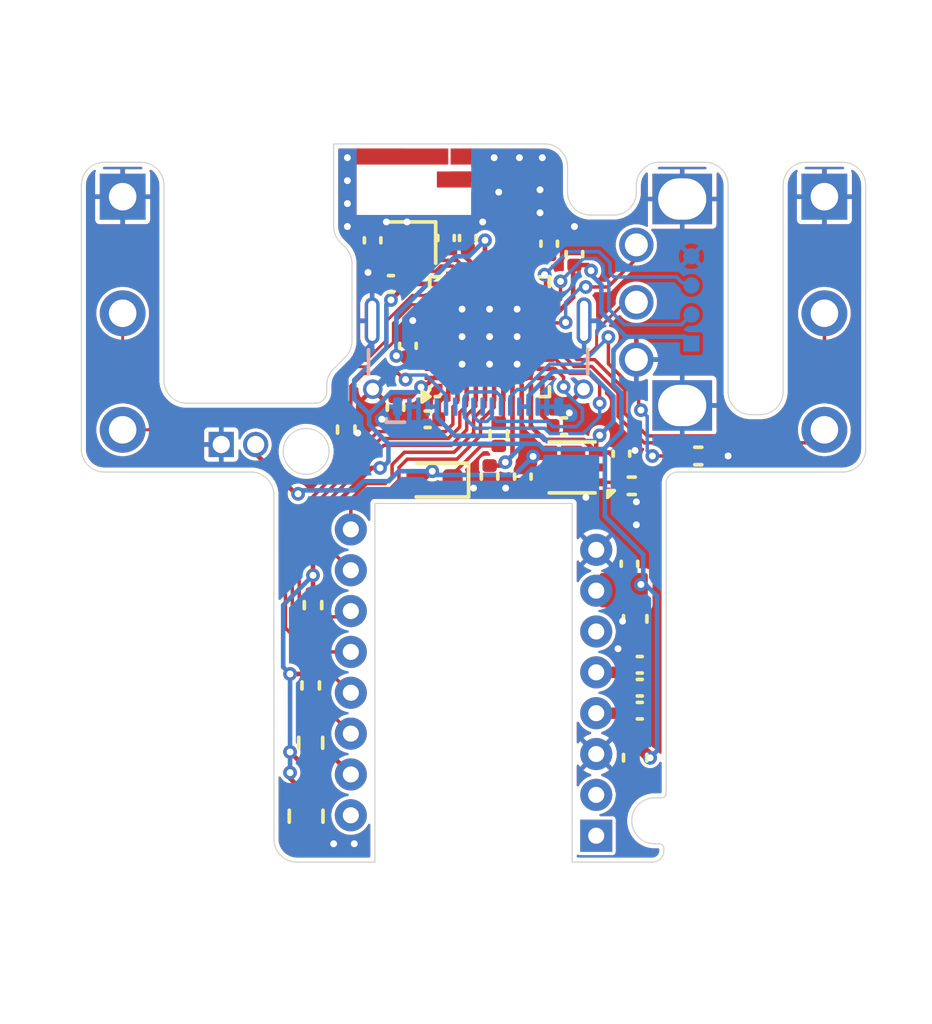
<source format=kicad_pcb>
(kicad_pcb (version 20241229) (generator "pcbnew") (generator_version "9.0")
  (layers (0 "F.Cu" signal) (2 "B.Cu" signal) (13 "F.Paste" user) (15 "B.Paste" user) (5 "F.SilkS" user "F.Silkscreen") (7 "B.SilkS" user "B.Silkscreen") (1 "F.Mask" user) (3 "B.Mask" user) (25 "Edge.Cuts" user))
  (net 0 "")
  (net 1 "+VDD_nRF")
  (net 2 "GND")
  (net 3 "+VBAT")
  (net 4 "+VBUS")
  (net 5 "Net-(U1-DECUSB)")
  (net 6 "Net-(U1-DEC5)")
  (net 7 "Net-(U1-DEC4)")
  (net 8 "Net-(U1-DEC3)")
  (net 9 "Net-(U1-DEC1)")
  (net 10 "Net-(C14-Pad1)")
  (net 11 "Net-(U1-ANT)")
  (net 12 "/XC1")
  (net 13 "/XC2")
  (net 14 "Net-(U3-VDDREG)")
  (net 15 "Net-(D1-K)")
  (net 16 "/USB_D+")
  (net 17 "Net-(J1-CC2)")
  (net 18 "Net-(J1-CC1)")
  (net 19 "/USB_D-")
  (net 22 "/SWDCLK")
  (net 23 "/SWDIO")
  (net 24 "/RF")
  (net 25 "Net-(U2-PROG)")
  (net 26 "Net-(U3-LED_P)")
  (net 27 "/SPI_MOSI")
  (net 28 "Net-(U3-NRESET)")
  (net 29 "/P0.07")
  (net 30 "/ANT")
  (net 31 "/P0.20")
  (net 32 "/P0.15")
  (net 33 "/P0.08")
  (net 34 "/P0.29")
  (net 35 "/P0.14")
  (net 36 "/P0.18")
  (net 38 "/SPI_MOTION")
  (net 39 "/SPI_NCS")
  (net 44 "/SPI_MISO")
  (net 45 "/SPI_SCLK")
  (footprint "Capacitor_SMD:C_0402_1005Metric" (layer "F.Cu") (at 116.85 72.8 90)
    (property "Reference" "C12" (hide yes))
    (property "Value" "100p")
  )
  (footprint "Capacitor_SMD:C_0402_1005Metric" (layer "F.Cu") (at 121.5 73.5 90)
    (property "Reference" "C4" (hide yes))
    (property "Value" "100n")
  )
  (footprint "Capacitor_SMD:C_0805_2012Metric" (layer "F.Cu") (at 109.8 98 -90)
    (property "Reference" "C24" (hide yes))
    (property "Value" "33u")
  )
  (footprint "Resistor_SMD:R_0402_1005Metric" (layer "F.Cu") (at 110 92.3 -90)
    (property "Reference" "R6" (hide yes))
    (property "Value" "10K")
  )
  (footprint "Package_DFN_QFN:DFN-6-1EP_2x2mm_P0.65mm_EP1x1.6mm" (layer "F.Cu") (at 121.4 82.8 180)
    (property "Reference" "U2" (hide yes))
    (property "Value" "CL4064M6F")
  )
  (footprint "Capacitor_SMD:C_0201_0603Metric" (layer "F.Cu") (at 118.5 73.6 180)
    (property "Reference" "C15" (hide yes))
    (property "Value" "1p")
  )
  (footprint "custom:RotaryEncoder_Alps_EC10E-Switch" (layer "F.Cu") (at 124.2 73.1 -90)
    (property "Reference" "SW3" (hide yes))
    (property "Value" "EC10E" (hide yes))
  )
  (footprint "Resistor_SMD:R_0402_1005Metric" (layer "F.Cu") (at 110.1 88.8 -90)
    (property "Reference" "R5" (hide yes))
    (property "Value" "10K")
  )
  (footprint "Capacitor_SMD:C_0201_0603Metric" (layer "F.Cu") (at 118.6 71.4 180)
    (property "Reference" "C14" (hide yes))
    (property "Value" "1.2p")
  )
  (footprint "Capacitor_SMD:C_0402_1005Metric" (layer "F.Cu") (at 113.7 80.2 -90)
    (property "Reference" "C5" (hide yes))
    (property "Value" "1u")
  )
  (footprint "Resistor_SMD:R_0201_0603Metric" (layer "F.Cu") (at 117.5 71.1 -90)
    (property "Reference" "R10" (hide yes))
    (property "Value" "0R")
  )
  (footprint "Resistor_SMD:R_0201_0603Metric" (layer "F.Cu") (at 117.8 70)
    (property "Reference" "R9" (hide yes))
    (property "Value" "0R")
  )
  (footprint "custom:SW_D2F-01F_OMR" (layer "F.Cu") (at 132.4 71 -90)
    (property "Reference" "SW2" (hide yes))
    (property "Value" "D2F-01F")
  )
  (footprint "Capacitor_SMD:C_0402_1005Metric" (layer "F.Cu") (at 124.35 92.4)
    (property "Reference" "C19" (hide yes))
    (property "Value" "100n")
  )
  (footprint "Capacitor_SMD:C_0603_1608Metric" (layer "F.Cu") (at 124.15 89.4 -90)
    (property "Reference" "C20" (hide yes))
    (property "Value" "10u")
  )
  (footprint "Capacitor_SMD:C_0603_1608Metric" (layer "F.Cu") (at 124.15 95.45 -90)
    (property "Reference" "C22" (hide yes))
    (property "Value" "10u")
  )
  (footprint "Resistor_SMD:R_0402_1005Metric" (layer "F.Cu") (at 126.9 82.3)
    (property "Reference" "R2" (hide yes))
    (property "Value" "5.1K")
  )
  (footprint "Capacitor_SMD:C_0402_1005Metric" (layer "F.Cu") (at 113.5 74.8 180)
    (property "Reference" "C3" (hide yes))
    (property "Value" "100n")
  )
  (footprint "Resistor_SMD:R_0603_1608Metric" (layer "F.Cu") (at 110 94.8 -90)
    (property "Reference" "R4" (hide yes))
    (property "Value" "4.7R")
  )
  (footprint "Capacitor_SMD:C_0402_1005Metric" (layer "F.Cu") (at 123.9 87 90)
    (property "Reference" "C21" (hide yes))
    (property "Value" "100n")
  )
  (footprint "Capacitor_SMD:C_0402_1005Metric" (layer "F.Cu") (at 117.8 83.2 -90)
    (property "Reference" "C6" (hide yes))
    (property "Value" "4.7u")
  )
  (footprint "Inductor_SMD:L_0201_0603Metric" (layer "F.Cu") (at 118.9 72.5 -90)
    (property "Reference" "L2" (hide yes))
    (property "Value" "4.7n")
  )
  (footprint "Capacitor_SMD:C_0402_1005Metric" (layer "F.Cu") (at 120.4 73.05 90)
    (property "Reference" "C10" (hide yes))
    (property "Value" "820p")
  )
  (footprint "LED_SMD:LED_0603_1608Metric" (layer "F.Cu") (at 115.4 83.35 180)
    (property "Reference" "D1" (hide yes))
    (property "Value" "LED")
  )
  (footprint "Capacitor_SMD:C_0402_1005Metric" (layer "F.Cu") (at 124.35 91.4)
    (property "Reference" "C18" (hide yes))
    (property "Value" "4.7u")
  )
  (footprint "custom:1x02_PTH" (layer "F.Cu") (at 106.1 81.8 90)
    (property "Reference" "J2" (hide yes))
    (property "Value" "LiPo_JST_Conn")
  )
  (footprint "Capacitor_SMD:C_0402_1005Metric" (layer "F.Cu") (at 119.25 83.2 -90)
    (property "Reference" "C7" (hide yes))
    (property "Value" "4.7u")
  )
  (footprint "Resistor_SMD:R_0402_1005Metric" (layer "F.Cu") (at 124 83.6)
    (property "Reference" "R1" (hide yes))
    (property "Value" "20K")
  )
  (footprint "custom:QFN-40-1EP_5x5mm_P0.4mm_0.2mm_PAD" (layer "F.Cu") (at 117.8 77.1 90)
    (property "Reference" "U1" (hide yes))
    (property "Value" "nRF52820-QDxx")
  )
  (footprint "custom:5x3mm_Chip_Ant_Layout_Mirrored" (layer "F.Cu") (at 117 71.8)
    (property "Reference" "AE1" (hide yes))
    (property "Value" "chip_ant")
  )
  (footprint "custom:PIXART_SENSOR_Offset_16-PDIP" (layer "F.Cu") (at 122.45 98.85 180)
    (property "Reference" "U3" (hide yes))
    (property "Value" "PAW3395DM-T6QU")
  )
  (footprint "Capacitor_SMD:C_0402_1005Metric" (layer "F.Cu") (at 121.05 81)
    (property "Reference" "C9" (hide yes))
    (property "Value" "4.7u")
  )
  (footprint "Resistor_SMD:R_0402_1005Metric" (layer "F.Cu") (at 118.2 81.35 90)
    (property "Reference" "R7" (hide yes))
    (property "Value" "1K")
  )
  (footprint "Capacitor_SMD:C_0402_1005Metric" (layer "F.Cu") (at 123.55 82.2 90)
    (property "Reference" "C8" (hide yes))
    (property "Value" "4.7u")
  )
  (footprint "Capacitor_SMD:C_0402_1005Metric" (layer "F.Cu") (at 115.9 72.8 90)
    (property "Reference" "C16" (hide yes))
    (property "Value" "12p")
  )
  (footprint "Capacitor_SMD:C_0402_1005Metric" (layer "F.Cu") (at 114.24 77.5 90)
    (property "Reference" "C11" (hide yes))
    (property "Value" "1u")
  )
  (footprint "Inductor_SMD:L_0201_0603Metric" (layer "F.Cu") (at 118.9 70.3 -90)
    (property "Reference" "L1" (hide yes))
    (property "Value" "2.2n")
  )
  (footprint "Capacitor_SMD:C_0402_1005Metric" (layer "F.Cu") (at 112.7 72.9 -90)
    (property "Reference" "C17" (hide yes))
    (property "Value" "12p")
  )
  (footprint "Resistor_SMD:R_0201_0603Metric" (layer "F.Cu") (at 120 70)
    (property "Reference" "R8" (hide yes))
    (property "Value" "0R")
  )
  (footprint "custom:Crystal_SMD_1612-4Pin_1.6x1.2mm" (layer "F.Cu") (at 114.3 73.05 180)
    (property "Reference" "X1" (hide yes))
    (property "Value" "32MHz")
  )
  (footprint "Capacitor_SMD:C_0402_1005Metric" (layer "F.Cu") (at 124.35 93.4)
    (property "Reference" "C23" (hide yes))
    (property "Value" "100n")
  )
  (footprint "Resistor_SMD:R_0402_1005Metric" (layer "F.Cu") (at 111.55 81.15 -90)
    (property "Reference" "R3" (hide yes))
    (property "Value" "5.1K")
  )
  (footprint "Capacitor_SMD:C_0402_1005Metric" (layer "F.Cu") (at 115.1 80.7 180)
    (property "Reference" "C13" (hide yes))
    (property "Value" "100n")
  )
  (footprint "custom:SW_D2F-01F_OMR" (layer "F.Cu") (at 101.8 71 -90)
    (property "Reference" "SW1" (hide yes))
    (property "Value" "D2F-01F")
  )
  (footprint "custom:USB_C_Receptacle_GT-USB-7025" (layer "B.Cu") (at 117.3 76.7)
    (property "Reference" "J1" (hide yes))
    (property "Value" "USB_C_USB20")
  )
  (footprint "custom:1x4_0.7mm_1.27mm_Test_Pads" (layer "B.Cu") (at 126.6 77.405 90)
    (property "Reference" "J3" (hide yes))
    (property "Value" "debug_pads")
  )
  (gr_line (start 120.2 68.7) (end 111 68.7) (stroke (width 0.05)) (layer "Edge.Cuts"))
  (gr_line (start 124.99993 97.20007) (end 125.3 97.2) (stroke (width 0.05)) (layer "Edge.Cuts"))
  (gr_line (start 103.6 70.5) (end 103.6 79) (stroke (width 0.05)) (layer "Edge.Cuts"))
  (gr_line (start 125.4 99.5) (end 125.4 99.399965) (stroke (width 0.05)) (layer "Edge.Cuts"))
  (gr_line (start 133.2 69.5) (end 131.6 69.5) (stroke (width 0.05)) (layer "Edge.Cuts"))
  (gr_arc (start 102.6 69.5) (mid 103.307107 69.792893) (end 103.6 70.5) (stroke (width 0.05)) (layer "Edge.Cuts"))
  (gr_line (start 121.4 100) (end 124.9 100) (stroke (width 0.05)) (layer "Edge.Cuts"))
  (gr_arc (start 134.2 82) (mid 133.907107 82.707107) (end 133.2 83) (stroke (width 0.05)) (layer "Edge.Cuts"))
  (gr_line (start 112.8 100) (end 112.8 84.37) (stroke (width 0.05)) (layer "Edge.Cuts"))
  (gr_arc (start 133.2 69.5) (mid 133.907107 69.792893) (end 134.2 70.5) (stroke (width 0.05)) (layer "Edge.Cuts"))
  (gr_line (start 127.2 69.5) (end 125.2 69.5) (stroke (width 0.05)) (layer "Edge.Cuts"))
  (gr_arc (start 104.6 80) (mid 103.892893 79.707107) (end 103.6 79) (stroke (width 0.05)) (layer "Edge.Cuts"))
  (gr_line (start 111.507107 77.992893) (end 110.992893 78.507107) (stroke (width 0.05)) (layer "Edge.Cuts"))
  (gr_arc (start 127.2 69.5) (mid 127.907107 69.792893) (end 128.2 70.5) (stroke (width 0.05)) (layer "Edge.Cuts"))
  (gr_line (start 130.6 70.5) (end 130.6 79.5) (stroke (width 0.05)) (layer "Edge.Cuts"))
  (gr_line (start 111.8 73.914214) (end 111.8 77.285786) (stroke (width 0.05)) (layer "Edge.Cuts"))
  (gr_line (start 134.2 82) (end 134.2 70.5) (stroke (width 0.05)) (layer "Edge.Cuts"))
  (gr_arc (start 129.2 80.5) (mid 128.492893 80.207107) (end 128.2 79.5) (stroke (width 0.05)) (layer "Edge.Cuts"))
  (gr_line (start 121.2 69.7) (end 121.2 70.8) (stroke (width 0.05)) (layer "Edge.Cuts"))
  (gr_arc (start 124.99993 99.19993) (mid 123.99997 98.2) (end 124.99993 97.20007) (stroke (width 0.05)) (layer "Edge.Cuts"))
  (gr_arc (start 111.507107 73.207107) (mid 111.72388 73.53153) (end 111.8 73.914214) (stroke (width 0.05)) (layer "Edge.Cuts"))
  (gr_line (start 128.2 79.5) (end 128.2 70.5) (stroke (width 0.05)) (layer "Edge.Cuts"))
  (gr_line (start 101 83) (end 107.393338 83) (stroke (width 0.05)) (layer "Edge.Cuts"))
  (gr_arc (start 122.2 71.8) (mid 121.492893 71.507107) (end 121.2 70.8) (stroke (width 0.05)) (layer "Edge.Cuts"))
  (gr_line (start 101 69.5) (end 102.6 69.5) (stroke (width 0.05)) (layer "Edge.Cuts"))
  (gr_arc (start 101 83) (mid 100.292893 82.707107) (end 100 82) (stroke (width 0.05)) (layer "Edge.Cuts"))
  (gr_line (start 112.8 100) (end 109.4 100) (stroke (width 0.05)) (layer "Edge.Cuts"))
  (gr_line (start 108.4 99) (end 108.393338 83.999554) (stroke (width 0.05)) (layer "Edge.Cuts"))
  (gr_line (start 110.7 79.214214) (end 110.7 79.5) (stroke (width 0.05)) (layer "Edge.Cuts"))
  (gr_arc (start 130.6 79.5) (mid 130.307107 80.207107) (end 129.6 80.5) (stroke (width 0.05)) (layer "Edge.Cuts"))
  (gr_line (start 123.2 71.8) (end 122.2 71.8) (stroke (width 0.05)) (layer "Edge.Cuts"))
  (gr_arc (start 125.4 99.5) (mid 125.253553 99.853553) (end 124.9 100) (stroke (width 0.05)) (layer "Edge.Cuts"))
  (gr_line (start 129.3 83) (end 126.4 83) (stroke (width 0.05)) (layer "Edge.Cuts"))
  (gr_line (start 124.2 70.5) (end 124.2 70.8) (stroke (width 0.05)) (layer "Edge.Cuts"))
  (gr_arc (start 125.5 97.000049) (mid 125.441426 97.141465) (end 125.300014 97.200049) (stroke (width 0.05)) (layer "Edge.Cuts"))
  (gr_line (start 112.8 84.37) (end 121.4 84.37) (stroke (width 0.05)) (layer "Edge.Cuts"))
  (gr_circle (center 109.8 82.1) (end 110.8 82.1) (stroke (width 0.05)) (fill no) (layer "Edge.Cuts"))
  (gr_line (start 111.507107 73.207107) (end 111.292893 72.992893) (stroke (width 0.05)) (layer "Edge.Cuts"))
  (gr_arc (start 124.2 70.8) (mid 123.907107 71.507107) (end 123.2 71.8) (stroke (width 0.05)) (layer "Edge.Cuts"))
  (gr_arc (start 111.292893 72.992893) (mid 111.076125 72.668469) (end 111 72.285786) (stroke (width 0.05)) (layer "Edge.Cuts"))
  (gr_arc (start 120.2 68.7) (mid 120.907107 68.992893) (end 121.2 69.7) (stroke (width 0.05)) (layer "Edge.Cuts"))
  (gr_arc (start 109.399584 100) (mid 108.692635 99.707248) (end 108.399584 99.000416) (stroke (width 0.05)) (layer "Edge.Cuts"))
  (gr_line (start 126.4 83) (end 126 83) (stroke (width 0.05)) (layer "Edge.Cuts"))
  (gr_arc (start 124.2 70.5) (mid 124.492893 69.792893) (end 125.2 69.5) (stroke (width 0.05)) (layer "Edge.Cuts"))
  (gr_line (start 129.6 80.5) (end 129.2 80.5) (stroke (width 0.05)) (layer "Edge.Cuts"))
  (gr_line (start 124.99993 99.199929) (end 125.200035 99.199965) (stroke (width 0.05)) (layer "Edge.Cuts"))
  (gr_line (start 129.3 83) (end 133.2 83) (stroke (width 0.05)) (layer "Edge.Cuts"))
  (gr_arc (start 107.393338 83) (mid 108.100287 83.292736) (end 108.393338 83.999554) (stroke (width 0.05)) (layer "Edge.Cuts"))
  (gr_arc (start 125.200035 99.199965) (mid 125.341434 99.258556) (end 125.4 99.399965) (stroke (width 0.05)) (layer "Edge.Cuts"))
  (gr_line (start 121.4 84.37) (end 121.4 100) (stroke (width 0.05)) (layer "Edge.Cuts"))
  (gr_line (start 125.5 97) (end 125.5 83.5) (stroke (width 0.05)) (layer "Edge.Cuts"))
  (gr_line (start 100 70.5) (end 100 82) (stroke (width 0.05)) (layer "Edge.Cuts"))
  (gr_line (start 104.6 80) (end 110.2 80) (stroke (width 0.05)) (layer "Edge.Cuts"))
  (gr_arc (start 100 70.5) (mid 100.292893 69.792893) (end 101 69.5) (stroke (width 0.05)) (layer "Edge.Cuts"))
  (gr_line (start 111 72.285786) (end 111 68.7) (stroke (width 0.05)) (layer "Edge.Cuts"))
  (gr_arc (start 125.5 83.5) (mid 125.646447 83.146447) (end 126 83) (stroke (width 0.05)) (layer "Edge.Cuts"))
  (gr_arc (start 130.6 70.5) (mid 130.892893 69.792893) (end 131.6 69.5) (stroke (width 0.05)) (layer "Edge.Cuts"))
  (gr_arc (start 110.7 79.214214) (mid 110.77612 78.831531) (end 110.992893 78.507107) (stroke (width 0.05)) (layer "Edge.Cuts"))
  (gr_arc (start 110.7 79.5) (mid 110.553553 79.853553) (end 110.2 80) (stroke (width 0.05)) (layer "Edge.Cuts"))
  (gr_arc (start 111.8 77.285786) (mid 111.72388 77.668469) (end 111.507107 77.992893) (stroke (width 0.05)) (layer "Edge.Cuts"))
  (segment (start 118.337716 82.72) (end 118.486432 82.571284) (width 0.2) (layer "F.Cu") (net 1))
  (segment (start 117.8 82.72) (end 118.337716 82.72) (width 0.2) (layer "F.Cu") (net 1))
  (segment (start 122.225439 74.125439) (end 122.08 73.98) (width 0.2) (layer "F.Cu") (net 1))
  (segment (start 118.8 79.5375) (end 118.8 82.257716) (width 0.2) (layer "F.Cu") (net 1))
  (segment (start 115.8625 74.8) (end 113.98 74.8) (width 0.2) (layer "F.Cu") (net 1))
  (segment (start 124.15 88.15) (end 124.4 87.9) (width 0.5) (layer "F.Cu") (net 1))
  (segment (start 123.98 87.48) (end 124.4 87.9) (width 0.5) (layer "F.Cu") (net 1))
  (segment (start 120.2375 76.1) (end 120.720766 76.1) (width 0.2) (layer "F.Cu") (net 1))
  (segment (start 109.99 91.8) (end 110 91.79) (width 0.2) (layer "F.Cu") (net 1))
  (segment (start 114.389761 79.72) (end 114.809761 79.3) (width 0.2) (layer "F.Cu") (net 1))
  (segment (start 124.15 88.65) (end 124.15 88.625) (width 0.5) (layer "F.Cu") (net 1))
  (segment (start 121.44331 75.377456) (end 121.44331 74.03669) (width 0.2) (layer "F.Cu") (net 1))
  (segment (start 118.8 82.257716) (end 118.486432 82.571284) (width 0.2) (layer "F.Cu") (net 1))
  (segment (start 109.1 91.8) (end 109.99 91.8) (width 0.2) (layer "F.Cu") (net 1))
  (segment (start 113.98 75.02) (end 113.98 74.8) (width 0.2) (layer "F.Cu") (net 1))
  (segment (start 114.809761 79.3) (end 114.9625 79.3) (width 0.2) (layer "F.Cu") (net 1))
  (segment (start 110.1 88.29) (end 110.1 87.5) (width 0.2) (layer "F.Cu") (net 1))
  (segment (start 109.1 96.35) (end 109.8 97.05) (width 0.2) (layer "F.Cu") (net 1))
  (segment (start 122.45 93.51) (end 123.79 93.51) (width 0.5) (layer "F.Cu") (net 1))
  (segment (start 123.9 87.48) (end 123.98 87.48) (width 0.5) (layer "F.Cu") (net 1))
  (segment (start 109.525 95.625) (end 110 95.625) (width 0.2) (layer "F.Cu") (net 1))
  (segment (start 114.9625 79.3) (end 115.3625 78.9) (width 0.2) (layer "F.Cu") (net 1))
  (segment (start 120.720766 76.1) (end 121.44331 75.377456) (width 0.2) (layer "F.Cu") (net 1))
  (segment (start 113.7 79.72) (end 114.389761 79.72) (width 0.2) (layer "F.Cu") (net 1))
  (segment (start 110.1 85.379404) (end 110.1 87.5) (width 0.2) (layer "F.Cu") (net 1))
  (segment (start 123.21 88.17) (end 123.9 87.48) (width 0.5) (layer "F.Cu") (net 1))
  (segment (start 121.44331 74.03669) (end 121.5 73.98) (width 0.2) (layer "F.Cu") (net 1))
  (segment (start 122.225439 74.221844) (end 122.225439 74.125439) (width 0.2) (layer "F.Cu") (net 1))
  (segment (start 124.15 94.805455) (end 124.8 95.455455) (width 0.5) (layer "F.Cu") (net 1))
  (segment (start 124.15 94.675) (end 124.15 94.805455) (width 0.5) (layer "F.Cu") (net 1))
  (segment (start 112.659615 82.819789) (end 110.1 85.379404) (width 0.2) (layer "F.Cu") (net 1))
  (segment (start 123.79 93.51) (end 123.9 93.4) (width 0.5) (layer "F.Cu") (net 1))
  (segment (start 122.08 73.98) (end 121.5 73.98) (width 0.2) (layer "F.Cu") (net 1))
  (segment (start 116 74.6625) (end 115.8625 74.8) (width 0.2) (layer "F.Cu") (net 1))
  (segment (start 123.9 93.4) (end 123.9 94.425) (width 0.5) (layer "F.Cu") (net 1))
  (segment (start 109.1 95.2) (end 109.525 95.625) (width 0.2) (layer "F.Cu") (net 1))
  (segment (start 109.8 95.825) (end 110 95.625) (width 0.5) (layer "F.Cu") (net 1))
  (segment (start 109.1 96.1) (end 109.1 96.35) (width 0.2) (layer "F.Cu") (net 1))
  (segment (start 109.8 97.05) (end 109.8 95.825) (width 0.5) (layer "F.Cu") (net 1))
  (segment (start 122.45 88.17) (end 123.21 88.17) (width 0.5) (layer "F.Cu") (net 1))
  (segment (start 113.023 82.819789) (end 112.659615 82.819789) (width 0.2) (layer "F.Cu") (net 1))
  (segment (start 123.9 94.425) (end 124.15 94.675) (width 0.5) (layer "F.Cu") (net 1))
  (segment (start 113.5 75.5) (end 113.98 75.02) (width 0.2) (layer "F.Cu") (net 1))
  (segment (start 124.15 88.625) (end 124.15 88.15) (width 0.5) (layer "F.Cu") (net 1))
  (via (at 110.1 87.5) (size 0.6) (drill 0.3) (layers "F.Cu" "B.Cu") (net 1))
  (via (at 124.4 87.9) (size 0.6) (drill 0.3) (layers "F.Cu" "B.Cu") (net 1))
  (via (at 122.225439 74.221844) (size 0.6) (drill 0.3) (layers "F.Cu" "B.Cu") (net 1))
  (via (at 113.023 82.819789) (size 0.6) (drill 0.3) (layers "F.Cu" "B.Cu") (net 1))
  (via (at 109.1 91.8) (size 0.6) (drill 0.3) (layers "F.Cu" "B.Cu") (net 1))
  (via (at 113.5 75.5) (size 0.6) (drill 0.3) (layers "F.Cu" "B.Cu") (net 1))
  (via (at 124.8 95.455455) (size 0.6) (drill 0.3) (layers "F.Cu" "B.Cu") (net 1))
  (via (at 109.1 95.2) (size 0.6) (drill 0.3) (layers "F.Cu" "B.Cu") (net 1))
  (via (at 118.486432 82.571284) (size 0.6) (drill 0.3) (layers "F.Cu" "B.Cu") (net 1))
  (via (at 109.1 96.1) (size 0.6) (drill 0.3) (layers "F.Cu" "B.Cu") (net 1))
  (via (at 114.809761 79.3) (size 0.6) (drill 0.3) (layers "F.Cu" "B.Cu") (net 1))
  (segment (start 114.588439 79.521322) (end 114.809761 79.3) (width 0.2) (layer "B.Cu") (net 1))
  (segment (start 113.389768 81.769) (end 112.549 80.928232) (width 0.2) (layer "B.Cu") (net 1))
  (segment (start 123.551 81.228232) (end 123.551 79.554612) (width 0.2) (layer "B.Cu") (net 1))
  (segment (start 111.9 78.99172) (end 111.9 79.822768) (width 0.2) (layer "B.Cu") (net 1))
  (segment (start 122.828232 81.951) (end 123.551 81.228232) (width 0.2) (layer "B.Cu") (net 1))
  (segment (start 125.1 95.155455) (end 124.8 95.455455) (width 0.2) (layer "B.Cu") (net 1))
  (segment (start 122.3 74.462478) (end 122.674 74.836478) (width 0.2) (layer "B.Cu") (net 1))
  (segment (start 118.486432 82.571284) (end 118.497716 82.571284) (width 0.2) (layer "B.Cu") (net 1))
  (segment (start 109.1 91.8) (end 109.1 95.2) (width 0.2) (layer "B.Cu") (net 1))
  (segment (start 123.551 79.554612) (end 123.199 79.202612) (width 0.2) (layer "B.Cu") (net 1))
  (segment (start 122.674 74.836478) (end 122.674 76.035034) (width 0.2) (layer "B.Cu") (net 1))
  (segment (start 111.9 79.822768) (end 112.549 80.471768) (width 0.2) (layer "B.Cu") (net 1))
  (segment (start 113.5 75.5) (end 113.3 75.7) (width 0.2) (layer "B.Cu") (net 1))
  (segment (start 113.115247 82.819789) (end 113.389768 82.545268) (width 0.2) (layer "B.Cu") (net 1))
  (segment (start 113.3 75.7) (end 113.3 77.59172) (width 0.2) (layer "B.Cu") (net 1))
  (segment (start 108.8 88.8) (end 108.8 91.5) (width 0.2) (layer "B.Cu") (net 1))
  (segment (start 123.199 77.685372) (end 123.738966 77.145406) (width 0.2) (layer "B.Cu") (net 1))
  (segment (start 122.3 74.296405) (end 122.3 74.462478) (width 0.2) (layer "B.Cu") (net 1))
  (segment (start 122.828232 84.928232) (end 122.828232 81.951) (width 0.2) (layer "B.Cu") (net 1))
  (segment (start 110.1 87.5) (end 108.8 88.8) (width 0.2) (layer "B.Cu") (net 1))
  (segment (start 122.779232 82) (end 120.155287 82) (width 0.2) (layer "B.Cu") (net 1))
  (segment (start 118.237066 81.769) (end 113.389768 81.769) (width 0.2) (layer "B.Cu") (net 1))
  (segment (start 113.3 77.59172) (end 111.9 78.99172) (width 0.2) (layer "B.Cu") (net 1))
  (segment (start 108.8 91.5) (end 109.1 91.8) (width 0.2) (layer "B.Cu") (net 1))
  (segment (start 124.6 87.9) (end 125.1 88.4) (width 0.2) (layer "B.Cu") (net 1))
  (segment (start 120.155287 82) (end 119.924287 81.769) (width 0.2) (layer "B.Cu") (net 1))
  (segment (start 125.1 88.4) (end 125.1 95.155455) (width 0.2) (layer "B.Cu") (net 1))
  (segment (start 126.295 77.1) (end 126.6 77.405) (width 0.2) (layer "B.Cu") (net 1))
  (segment (start 124.4 87.9) (end 124.6 87.9) (width 0.2) (layer "B.Cu") (net 1))
  (segment (start 123.738966 77.145406) (end 123.738966 77.1) (width 0.2) (layer "B.Cu") (net 1))
  (segment (start 122.828232 81.951) (end 122.779232 82) (width 0.2) (layer "B.Cu") (net 1))
  (segment (start 109 91.7) (end 109.1 91.8) (width 0.2) (layer "B.Cu") (net 1))
  (segment (start 109.1 95.2) (end 109.1 96.1) (width 0.2) (layer "B.Cu") (net 1))
  (segment (start 123.738966 77.1) (end 126.295 77.1) (width 0.2) (layer "B.Cu") (net 1))
  (segment (start 113.499446 79.521322) (end 114.588439 79.521322) (width 0.2) (layer "B.Cu") (net 1))
  (segment (start 113.389768 82.545268) (end 113.389768 81.769) (width 0.2) (layer "B.Cu") (net 1))
  (segment (start 122.674 76.035034) (end 123.738966 77.1) (width 0.2) (layer "B.Cu") (net 1))
  (segment (start 124.4 87.9) (end 124.5 87.8) (width 0.2) (layer "B.Cu") (net 1))
  (segment (start 124.5 86.6) (end 122.828232 84.928232) (width 0.2) (layer "B.Cu") (net 1))
  (segment (start 123.199 79.202612) (end 123.199 77.685372) (width 0.2) (layer "B.Cu") (net 1))
  (segment (start 112.549 80.471768) (end 113.499446 79.521322) (width 0.2) (layer "B.Cu") (net 1))
  (segment (start 118.497716 82.571284) (end 119.3 81.769) (width 0.2) (layer "B.Cu") (net 1))
  (segment (start 113.023 82.819789) (end 113.115247 82.819789) (width 0.2) (layer "B.Cu") (net 1))
  (segment (start 119.924287 81.769) (end 119.3 81.769) (width 0.2) (layer "B.Cu") (net 1))
  (segment (start 124.5 87.8) (end 124.5 86.6) (width 0.2) (layer "B.Cu") (net 1))
  (segment (start 119.3 81.769) (end 118.237066 81.769) (width 0.2) (layer "B.Cu") (net 1))
  (segment (start 122.225439 74.221844) (end 122.3 74.296405) (width 0.2) (layer "B.Cu") (net 1))
  (segment (start 112.549 80.928232) (end 112.549 80.471768) (width 0.2) (layer "B.Cu") (net 1))
  (segment (start 113.75 72.65) (end 112.93 72.65) (width 0.15) (layer "F.Cu") (net 2))
  (segment (start 118.28 73.685096) (end 118.28 73.6) (width 0.2286) (layer "F.Cu") (net 2))
  (segment (start 118 73.975315) (end 118 74.6625) (width 0.2286) (layer "F.Cu") (net 2))
  (segment (start 113.901 69.151) (end 111.749 69.151) (width 0.5) (layer "F.Cu") (net 2))
  (segment (start 118 73.975315) (end 118.18 73.795315) (width 0.2286) (layer "F.Cu") (net 2))
  (segment (start 111.749 69.151) (end 111.6 69.3) (width 0.5) (layer "F.Cu") (net 2))
  (segment (start 116.55 69.25) (end 116.649 69.151) (width 0.5) (layer "F.Cu") (net 2))
  (segment (start 118 76.9) (end 117.8 77.1) (width 0.2286) (layer "F.Cu") (net 2))
  (segment (start 118.18 73.795315) (end 118.18 73.6) (width 0.2286) (layer "F.Cu") (net 2))
  (segment (start 116.649 69.151) (end 117.851 69.151) (width 0.5) (layer "F.Cu") (net 2))
  (segment (start 112.93 72.65) (end 112.7 72.42) (width 0.15) (layer "F.Cu") (net 2))
  (segment (start 114 69.25) (end 113.901 69.151) (width 0.5) (layer "F.Cu") (net 2))
  (segment (start 115.1 73.3) (end 115.82 73.3) (width 0.15) (layer "F.Cu") (net 2))
  (segment (start 114.95 73.45) (end 115.1 73.3) (width 0.15) (layer "F.Cu") (net 2))
  (segment (start 115.82 73.3) (end 115.9 73.22) (width 0.15) (layer "F.Cu") (net 2))
  (segment (start 117.851 69.151) (end 118 69.3) (width 0.5) (layer "F.Cu") (net 2))
  (via (at 116.6 78.3) (size 0.6) (drill 0.3) (layers "F.Cu" "B.Cu") (net 2))
  (via (at 116.6 77.1) (size 0.6) (drill 0.3) (layers "F.Cu" "B.Cu") (net 2))
  (via (at 122 84.1) (size 0.6) (drill 0.3) (layers "F.Cu" "B.Cu") (net 2))
  (via (at 118 69.3) (size 0.6) (drill 0.3) (layers "F.Cu" "B.Cu") (net 2))
  (via (at 119 77.1) (size 0.6) (drill 0.3) (layers "F.Cu" "B.Cu") (net 2))
  (via (at 128.2 82.3) (size 0.6) (drill 0.3) (layers "F.Cu" "B.Cu") (net 2))
  (via (at 111.6 69.3) (size 0.6) (drill 0.3) (layers "F.Cu" "B.Cu") (net 2))
  (via (at 114.2 72.1) (size 0.6) (drill 0.3) (layers "F.Cu" "B.Cu") (net 2))
  (via (at 111.9 99.2) (size 0.6) (drill 0.3) (layers "F.Cu" "B.Cu") (net 2))
  (via (at 112.5 74.3) (size 0.6) (drill 0.3) (layers "F.Cu" "B.Cu") (net 2))
  (via (at 111.6 72.3) (size 0.6) (drill 0.3) (layers "F.Cu" "B.Cu") (net 2))
  (via (at 113.3 72.1) (size 0.6) (drill 0.3) (layers "F.Cu" "B.Cu") (net 2))
  (via (at 123.4 90.7) (size 0.6) (drill 0.3) (layers "F.Cu" "B.Cu") (net 2))
  (via (at 120 70.7) (size 0.6) (drill 0.3) (layers "F.Cu" "B.Cu") (net 2))
  (via (at 124.2 84.3) (size 0.6) (drill 0.3) (layers "F.Cu" "B.Cu") (net 2))
  (via (at 119.1 69.3) (size 0.6) (drill 0.3) (layers "F.Cu" "B.Cu") (net 2))
  (via (at 120.1 69.3) (size 0.6) (drill 0.3) (layers "F.Cu" "B.Cu") (net 2))
  (via (at 118.2 70.8) (size 0.6) (drill 0.3) (layers "F.Cu" "B.Cu") (net 2))
  (via (at 124.2 85.3) (size 0.6) (drill 0.3) (layers "F.Cu" "B.Cu") (net 2))
  (via (at 117.5 72.1) (size 0.6) (drill 0.3) (layers "F.Cu" "B.Cu") (net 2))
  (via (at 113.1 80.7) (size 0.6) (drill 0.3) (layers "F.Cu" "B.Cu") (net 2))
  (via (at 111 99.2) (size 0.6) (drill 0.3) (layers "F.Cu" "B.Cu") (net 2))
  (via (at 121.275707 80.424293) (size 0.6) (drill 0.3) (layers "F.Cu" "B.Cu") (net 2))
  (via (at 111.6 71.3) (size 0.6) (drill 0.3) (layers "F.Cu" "B.Cu") (net 2))
  (via (at 112.05 81.3) (size 0.6) (drill 0.3) (layers "F.Cu" "B.Cu") (net 2))
  (via (at 117.1 83.7) (size 0.6) (drill 0.3) (layers "F.Cu" "B.Cu") (net 2))
  (via (at 117.8 77.1) (size 0.6) (drill 0.3) (layers "F.Cu" "B.Cu") (net 2))
  (via (at 120 71.7) (size 0.6) (drill 0.3) (layers "F.Cu" "B.Cu") (net 2))
  (via (at 118.5 83.7) (size 0.6) (drill 0.3) (layers "F.Cu" "B.Cu") (net 2))
  (via (at 117.8 78.3) (size 0.6) (drill 0.3) (layers "F.Cu" "B.Cu") (net 2))
  (via (at 124.139929 82.060071) (size 0.6) (drill 0.3) (layers "F.Cu" "B.Cu") (net 2))
  (via (at 114.45 76.4) (size 0.6) (drill 0.3) (layers "F.Cu" "B.Cu") (net 2))
  (via (at 119 78.3) (size 0.6) (drill 0.3) (layers "F.Cu" "B.Cu") (net 2))
  (via (at 123.6 89.5) (size 0.6) (drill 0.3) (layers "F.Cu" "B.Cu") (net 2))
  (via (at 116.6 75.9) (size 0.6) (drill 0.3) (layers "F.Cu" "B.Cu") (net 2))
  (via (at 111.6 70.3) (size 0.6) (drill 0.3) (layers "F.Cu" "B.Cu") (net 2))
  (via (at 117.8 75.9) (size 0.6) (drill 0.3) (layers "F.Cu" "B.Cu") (net 2))
  (via (at 121.5 72.3) (size 0.6) (drill 0.3) (layers "F.Cu" "B.Cu") (net 2))
  (via (at 119 75.9) (size 0.6) (drill 0.3) (layers "F.Cu" "B.Cu") (net 2))
  (segment (start 116.455678 78.444322) (end 116.6 78.3) (width 0.15) (layer "B.Cu") (net 2))
  (segment (start 113.970507 78.444322) (end 116.455678 78.444322) (width 0.15) (layer "B.Cu") (net 2))
  (segment (start 113.838524 78.461476) (end 113.953353 78.461476) (width 0.15) (layer "B.Cu") (net 2))
  (segment (start 112.705 77.35761) (end 112.132616 77.929994) (width 0.2) (layer "B.Cu") (net 2))
  (segment (start 112.705 79.39) (end 112.91 79.39) (width 0.15) (layer "B.Cu") (net 2))
  (segment (start 112.91 79.39) (end 113.838524 78.461476) (width 0.15) (layer "B.Cu") (net 2))
  (segment (start 113.953353 78.461476) (end 113.970507 78.444322) (width 0.15) (layer "B.Cu") (net 2))
  (segment (start 112.705 76.41) (end 112.705 77.35761) (width 0.2) (layer "B.Cu") (net 2))
  (segment (start 109.35 83.95) (end 109.45 83.95) (width 0.2) (layer "F.Cu") (net 3))
  (segment (start 114.6125 83.35) (end 114.914 83.35) (width 0.2) (layer "F.Cu") (net 3))
  (segment (start 107.6 81.8) (end 107.6 82.2) (width 0.2) (layer "F.Cu") (net 3))
  (segment (start 114.914 83.35) (end 115.3 82.964) (width 0.2) (layer "F.Cu") (net 3))
  (segment (start 107.6 82.2) (end 109.35 83.95) (width 0.2) (layer "F.Cu") (net 3))
  (via (at 119.695055 82.319) (size 0.6) (drill 0.3) (layers "F.Cu" "B.Cu") (net 3))
  (via (at 109.45 83.95) (size 0.6) (drill 0.3) (layers "F.Cu" "B.Cu") (net 3))
  (via (at 115.3 82.964) (size 0.6) (drill 0.3) (layers "F.Cu" "B.Cu") (net 3))
  (segment (start 118.888308 83.125747) (end 119.695055 82.319) (width 0.2) (layer "B.Cu") (net 3))
  (segment (start 115.3 82.964) (end 113.836 82.964) (width 0.2) (layer "B.Cu") (net 3))
  (segment (start 113.836 82.964) (end 113.4 83.4) (width 0.2) (layer "B.Cu") (net 3))
  (segment (start 111.9 83.8) (end 109.6 83.8) (width 0.2) (layer "B.Cu") (net 3))
  (segment (start 115.3 82.964) (end 115.3 83.065) (width 0.2) (layer "B.Cu") (net 3))
  (segment (start 109.6 83.8) (end 109.45 83.95) (width 0.2) (layer "B.Cu") (net 3))
  (segment (start 107.85 81.85) (end 107.85 81.8) (width 0.2) (layer "B.Cu") (net 3))
  (segment (start 115.3 83.065) (end 115.360747 83.125747) (width 0.2) (layer "B.Cu") (net 3))
  (segment (start 113.4 83.4) (end 112.3 83.4) (width 0.2) (layer "B.Cu") (net 3))
  (segment (start 115.360747 83.125747) (end 118.888308 83.125747) (width 0.2) (layer "B.Cu") (net 3))
  (segment (start 112.3 83.4) (end 111.9 83.8) (width 0.2) (layer "B.Cu") (net 3))
  (segment (start 122.45 82.15) (end 123.02 82.15) (width 0.2) (layer "F.Cu") (net 4))
  (segment (start 120.2 81.6) (end 121.9 81.6) (width 0.2) (layer "F.Cu") (net 4))
  (segment (start 121.9 81.6) (end 122.45 82.15) (width 0.2) (layer "F.Cu") (net 4))
  (segment (start 119.6 79.5375) (end 119.6 81) (width 0.2) (layer "F.Cu") (net 4))
  (segment (start 122.45 81.55) (end 122.45 82.15) (width 0.2) (layer "F.Cu") (net 4))
  (segment (start 119.6 81) (end 120.2 81.6) (width 0.2) (layer "F.Cu") (net 4))
  (segment (start 123.02 82.15) (end 123.55 82.68) (width 0.2) (layer "F.Cu") (net 4))
  (segment (start 122.6 81.4) (end 122.45 81.55) (width 0.2) (layer "F.Cu") (net 4))
  (via (at 122.6 81.4) (size 0.6) (drill 0.3) (layers "F.Cu" "B.Cu") (net 4))
  (segment (start 122.126 78.626) (end 120.553098 78.626) (width 0.2) (layer "B.Cu") (net 4))
  (segment (start 120.300675 81.649) (end 120.069675 81.418) (width 0.2) (layer "B.Cu") (net 4))
  (segment (start 115.1 80.15) (end 115.5 80.15) (width 0.2) (layer "B.Cu") (net 4))
  (segment (start 116.297098 81.418) (end 115.5 80.620902) (width 0.2) (layer "B.Cu") (net 4))
  (segment (start 123.2 79.7) (end 122.126 78.626) (width 0.2) (layer "B.Cu") (net 4))
  (segment (start 122.6 81.4) (end 122.351 81.649) (width 0.2) (layer "B.Cu") (net 4))
  (segment (start 119.5 79.679098) (end 119.5 80.15) (width 0.2) (layer "B.Cu") (net 4))
  (segment (start 119.1 80.15) (end 119.5 80.15) (width 0.2) (layer "B.Cu") (net 4))
  (segment (start 122.6 81.4) (end 123.2 80.8) (width 0.2) (layer "B.Cu") (net 4))
  (segment (start 123.2 80.8) (end 123.2 79.7) (width 0.2) (layer "B.Cu") (net 4))
  (segment (start 122.549 81.349) (end 122.6 81.4) (width 0.2) (layer "B.Cu") (net 4))
  (segment (start 120.553098 78.626) (end 119.5 79.679098) (width 0.2) (layer "B.Cu") (net 4))
  (segment (start 122.351 81.649) (end 120.300675 81.649) (width 0.2) (layer "B.Cu") (net 4))
  (segment (start 115.5 80.620902) (end 115.5 80.15) (width 0.2) (layer "B.Cu") (net 4))
  (segment (start 120.069675 81.418) (end 116.297098 81.418) (width 0.2) (layer "B.Cu") (net 4))
  (segment (start 120.1 80.53) (end 120.57 81) (width 0.2) (layer "F.Cu") (net 5))
  (segment (start 120.1 79.0375) (end 120.1 80.53) (width 0.2) (layer "F.Cu") (net 5))
  (segment (start 120.2375 78.9) (end 120.1 79.0375) (width 0.2) (layer "F.Cu") (net 5))
  (segment (start 119.6 74.6625) (end 119.6 74.11) (width 0.2) (layer "F.Cu") (net 6))
  (segment (start 120.18 73.53) (end 120.4 73.53) (width 0.2) (layer "F.Cu") (net 6))
  (segment (start 119.6 74.11) (end 120.18 73.53) (width 0.2) (layer "F.Cu") (net 6))
  (segment (start 114.225 77.98) (end 114.345 78.1) (width 0.2) (layer "F.Cu") (net 7))
  (segment (start 113.78 77.98) (end 114.225 77.98) (width 0.2) (layer "F.Cu") (net 7))
  (segment (start 113.735476 77.935476) (end 113.78 77.98) (width 0.2) (layer "F.Cu") (net 7))
  (segment (start 114.345 78.1) (end 115.3625 78.1) (width 0.2) (layer "F.Cu") (net 7))
  (segment (start 117.6 72.9) (end 117.6 74.6625) (width 0.2) (layer "F.Cu") (net 7))
  (via (at 113.735476 77.935476) (size 0.6) (drill 0.3) (layers "F.Cu" "B.Cu") (net 7))
  (via (at 117.6 72.9) (size 0.6) (drill 0.3) (layers "F.Cu" "B.Cu") (net 7))
  (segment (start 113.735476 76.164524) (end 116.3 73.6) (width 0.2) (layer "B.Cu") (net 7))
  (segment (start 116.3 73.6) (end 116.9 73.6) (width 0.2) (layer "B.Cu") (net 7))
  (segment (start 113.735476 77.935476) (end 113.735476 76.164524) (width 0.2) (layer "B.Cu") (net 7))
  (segment (start 116.9 73.6) (end 117.6 72.9) (width 0.2) (layer "B.Cu") (net 7))
  (segment (start 117.2 74.079232) (end 116.75 73.629232) (width 0.2) (layer "F.Cu") (net 8))
  (segment (start 116.75 73.629232) (end 116.75 73.23) (width 0.2) (layer "F.Cu") (net 8))
  (segment (start 117.2 74.6625) (end 117.2 74.079232) (width 0.2) (layer "F.Cu") (net 8))
  (segment (start 115.58 79.9575) (end 116 79.5375) (width 0.2) (layer "F.Cu") (net 9))
  (segment (start 115.58 80.7) (end 115.58 79.9575) (width 0.2) (layer "F.Cu") (net 9))
  (segment (start 118.92 70.64) (end 118.9 70.62) (width 0.2286) (layer "F.Cu") (net 10))
  (segment (start 118.92 71.4) (end 118.92 70.64) (width 0.2286) (layer "F.Cu") (net 10))
  (segment (start 118.9 72.18) (end 118.9 71.42) (width 0.2286) (layer "F.Cu") (net 10))
  (segment (start 118.9 71.42) (end 118.92 71.4) (width 0.2286) (layer "F.Cu") (net 10))
  (segment (start 118.82 72.9) (end 118.9 72.82) (width 0.2286) (layer "F.Cu") (net 11))
  (segment (start 118.4 74.129382) (end 118.82 73.709382) (width 0.2286) (layer "F.Cu") (net 11))
  (segment (start 118.4 74.6625) (end 118.4 74.129382) (width 0.2286) (layer "F.Cu") (net 11))
  (segment (start 118.82 73.709382) (end 118.82 73.6) (width 0.2286) (layer "F.Cu") (net 11))
  (segment (start 118.82 73.6) (end 118.82 72.9) (width 0.2286) (layer "F.Cu") (net 11))
  (segment (start 116.8 74.6625) (end 116.8 74.19265) (width 0.15) (layer "F.Cu") (net 12))
  (segment (start 116.8 74.19265) (end 116.38035 73.773) (width 0.15) (layer "F.Cu") (net 12))
  (segment (start 114.3 73.1) (end 114.8 72.6) (width 0.15) (layer "F.Cu") (net 12))
  (segment (start 115.345032 74) (end 114.5 74) (width 0.15) (layer "F.Cu") (net 12))
  (segment (start 114.85 72.65) (end 115.57 72.65) (width 0.15) (layer "F.Cu") (net 12))
  (segment (start 116.38035 73.773) (end 115.572032 73.773) (width 0.15) (layer "F.Cu") (net 12))
  (segment (start 114.8 72.6) (end 114.95 72.6) (width 0.15) (layer "F.Cu") (net 12))
  (segment (start 114.3 73.8) (end 114.3 73.1) (width 0.15) (layer "F.Cu") (net 12))
  (segment (start 115.57 72.65) (end 115.9 72.32) (width 0.15) (layer "F.Cu") (net 12))
  (segment (start 114.95 72.65) (end 115.02 72.58) (width 0.15) (layer "F.Cu") (net 12))
  (segment (start 114.5 74) (end 114.3 73.8) (width 0.15) (layer "F.Cu") (net 12))
  (segment (start 115.572032 73.773) (end 115.345032 74) (width 0.15) (layer "F.Cu") (net 12))
  (segment (start 112.98 73.4) (end 112.9 73.32) (width 0.15) (layer "F.Cu") (net 13))
  (segment (start 116.183732 74.024) (end 115.676 74.024) (width 0.15) (layer "F.Cu") (net 13))
  (segment (start 113.85 73.4) (end 112.98 73.4) (width 0.15) (layer "F.Cu") (net 13))
  (segment (start 113.85 73.85) (end 113.85 73.4) (width 0.15) (layer "F.Cu") (net 13))
  (segment (start 115.676 74.024) (end 115.449 74.251) (width 0.15) (layer "F.Cu") (net 13))
  (segment (start 115.449 74.251) (end 114.251 74.251) (width 0.15) (layer "F.Cu") (net 13))
  (segment (start 116.4 74.240268) (end 116.183732 74.024) (width 0.15) (layer "F.Cu") (net 13))
  (segment (start 114.251 74.251) (end 113.85 73.85) (width 0.15) (layer "F.Cu") (net 13))
  (segment (start 116.4 74.6625) (end 116.4 74.240268) (width 0.15) (layer "F.Cu") (net 13))
  (segment (start 123.59 91.73) (end 122.45 91.73) (width 0.5) (layer "F.Cu") (net 14))
  (segment (start 123.92 91.4) (end 123.59 91.73) (width 0.5) (layer "F.Cu") (net 14))
  (segment (start 123.92 92.4) (end 123.92 91.4) (width 0.5) (layer "F.Cu") (net 14))
  (segment (start 115.9875 83.3) (end 117.4275 81.86) (width 0.15) (layer "F.Cu") (net 15))
  (segment (start 117.4275 81.86) (end 118.2 81.86) (width 0.15) (layer "F.Cu") (net 15))
  (segment (start 115.9875 83.268447) (end 115.9875 83.3) (width 0.15) (layer "F.Cu") (net 15))
  (segment (start 120.2375 78.1) (end 120.7 78.1) (width 0.15) (layer "F.Cu") (net 16))
  (segment (start 122.6 79.174346) (end 122.6 80) (width 0.15) (layer "F.Cu") (net 16))
  (segment (start 122.125654 78.7) (end 122.6 79.174346) (width 0.15) (layer "F.Cu") (net 16))
  (segment (start 120.7 78.1) (end 121.3 78.7) (width 0.15) (layer "F.Cu") (net 16))
  (segment (start 121.3 78.7) (end 122.125654 78.7) (width 0.15) (layer "F.Cu") (net 16))
  (via (at 122.6 80) (size 0.6) (drill 0.3) (layers "F.Cu" "B.Cu") (net 16))
  (segment (start 116.7 80.611224) (end 117.180776 81.092) (width 0.15) (layer "B.Cu") (net 16))
  (segment (start 116.7 80.15) (end 116.7 80.611224) (width 0.15) (layer "B.Cu") (net 16))
  (segment (start 122.6 80.6) (end 122.6 80) (width 0.15) (layer "B.Cu") (net 16))
  (segment (start 117.180776 81.092) (end 120.204709 81.092) (width 0.15) (layer "B.Cu") (net 16))
  (segment (start 118.3 79.714454) (end 118.094546 79.509) (width 0.15) (layer "B.Cu") (net 16))
  (segment (start 116.7 79.714454) (end 116.7 80.15) (width 0.15) (layer "B.Cu") (net 16))
  (segment (start 118.094546 79.509) (end 116.905454 79.509) (width 0.15) (layer "B.Cu") (net 16))
  (segment (start 116.905454 79.509) (end 116.7 79.714454) (width 0.15) (layer "B.Cu") (net 16))
  (segment (start 118.3 80.15) (end 118.3 79.714454) (width 0.15) (layer "B.Cu") (net 16))
  (segment (start 121.877 81.323) (end 122.6 80.6) (width 0.15) (layer "B.Cu") (net 16))
  (segment (start 120.204709 81.092) (end 120.435709 81.323) (width 0.15) (layer "B.Cu") (net 16))
  (segment (start 120.435709 81.323) (end 121.877 81.323) (width 0.15) (layer "B.Cu") (net 16))
  (segment (start 122.980574 78.277886) (end 122.980574 77.119426) (width 0.15) (layer "F.Cu") (net 17))
  (segment (start 124.3 79.597312) (end 122.980574 78.277886) (width 0.15) (layer "F.Cu") (net 17))
  (segment (start 124.3 80.2) (end 124.3 79.597312) (width 0.15) (layer "F.Cu") (net 17))
  (segment (start 124.4 80.3) (end 124.3 80.2) (width 0.15) (layer "F.Cu") (net 17))
  (segment (start 124.9 82.3) (end 126.39 82.3) (width 0.15) (layer "F.Cu") (net 17))
  (via (at 122.980574 77.119426) (size 0.6) (drill 0.3) (layers "F.Cu" "B.Cu") (net 17))
  (via (at 124.4 80.3) (size 0.6) (drill 0.3) (layers "F.Cu" "B.Cu") (net 17))
  (via (at 124.9 82.3) (size 0.6) (drill 0.3) (layers "F.Cu" "B.Cu") (net 17))
  (segment (start 121.8 78.3) (end 120.418064 78.3) (width 0.15) (layer "B.Cu") (net 17))
  (segment (start 124.674 80.574) (end 124.674 82.074) (width 0.15) (layer "B.Cu") (net 17))
  (segment (start 124.674 82.074) (end 124.9 82.3) (width 0.15) (layer "B.Cu") (net 17))
  (segment (start 124.4 80.3) (end 124.674 80.574) (width 0.15) (layer "B.Cu") (net 17))
  (segment (start 118.7 80.15) (end 118.7 80.1) (width 0.15) (layer "B.Cu") (net 17))
  (segment (start 118.7 79.714454) (end 118.7 80.15) (width 0.15) (layer "B.Cu") (net 17))
  (segment (start 119.014454 79.4) (end 118.7 79.714454) (width 0.15) (layer "B.Cu") (net 17))
  (segment (start 121.8 78.3) (end 122.980574 77.119426) (width 0.15) (layer "B.Cu") (net 17))
  (segment (start 119.318064 79.4) (end 119.014454 79.4) (width 0.15) (layer "B.Cu") (net 17))
  (segment (start 120.418064 78.3) (end 119.318064 79.4) (width 0.15) (layer "B.Cu") (net 17))
  (segment (start 114.086322 78.970322) (end 113.816 78.7) (width 0.15) (layer "F.Cu") (net 18))
  (segment (start 111.75 80.44) (end 111.6 80.59) (width 0.15) (layer "F.Cu") (net 18))
  (segment (start 111.75 79.25) (end 111.75 80.44) (width 0.15) (layer "F.Cu") (net 18))
  (segment (start 114.136102 78.970322) (end 114.086322 78.970322) (width 0.15) (layer "F.Cu") (net 18))
  (segment (start 112.3 78.7) (end 111.75 79.25) (width 0.15) (layer "F.Cu") (net 18))
  (segment (start 113.816 78.7) (end 112.3 78.7) (width 0.15) (layer "F.Cu") (net 18))
  (via (at 114.136102 78.970322) (size 0.6) (drill 0.3) (layers "F.Cu" "B.Cu") (net 18))
  (segment (start 115.9 79.646362) (end 115.9 80.15) (width 0.15) (layer "B.Cu") (net 18))
  (segment (start 114.31 78.774) (end 115.027638 78.774) (width 0.15) (layer "B.Cu") (net 18))
  (segment (start 115.027638 78.774) (end 115.9 79.646362) (width 0.15) (layer "B.Cu") (net 18))
  (segment (start 114.136102 78.947898) (end 114.31 78.774) (width 0.15) (layer "B.Cu") (net 18))
  (segment (start 114.136102 78.970322) (end 114.136102 78.947898) (width 0.15) (layer "B.Cu") (net 18))
  (segment (start 120.2375 78.5) (end 120.659732 78.5) (width 0.15) (layer "F.Cu") (net 19))
  (segment (start 121.026381 78.866649) (end 121.026381 79.2845) (width 0.15) (layer "F.Cu") (net 19))
  (segment (start 120.659732 78.5) (end 121.026381 78.866649) (width 0.15) (layer "F.Cu") (net 19))
  (via (at 121.026381 79.2845) (size 0.6) (drill 0.3) (layers "F.Cu" "B.Cu") (net 19))
  (segment (start 117.305454 80.791) (end 117.694546 80.791) (width 0.15) (layer "B.Cu") (net 19))
  (segment (start 121.85 80.256122) (end 121.026381 79.432503) (width 0.15) (layer "B.Cu") (net 19))
  (segment (start 121.0845 79.2845) (end 121.026381 79.2845) (width 0.15) (layer "B.Cu") (net 19))
  (segment (start 121.026381 79.432503) (end 121.026381 79.2845) (width 0.15) (layer "B.Cu") (net 19))
  (segment (start 117.9 80.15) (end 117.9 80.585546) (width 0.15) (layer "B.Cu") (net 19))
  (segment (start 120.329387 80.791) (end 120.560387 81.022) (width 0.15) (layer "B.Cu") (net 19))
  (segment (start 117.1 80.585546) (end 117.305454 80.791) (width 0.15) (layer "B.Cu") (net 19))
  (segment (start 117.694546 80.791) (end 117.9 80.585546) (width 0.15) (layer "B.Cu") (net 19))
  (segment (start 117.9 80.585546) (end 118.105454 80.791) (width 0.15) (layer "B.Cu") (net 19))
  (segment (start 120.560387 81.022) (end 121.578 81.022) (width 0.15) (layer "B.Cu") (net 19))
  (segment (start 117.1 80.15) (end 117.1 80.585546) (width 0.15) (layer "B.Cu") (net 19))
  (segment (start 121.85 80.75) (end 121.85 80.256122) (width 0.15) (layer "B.Cu") (net 19))
  (segment (start 118.105454 80.791) (end 120.329387 80.791) (width 0.15) (layer "B.Cu") (net 19))
  (segment (start 121.578 81.022) (end 121.85 80.75) (width 0.15) (layer "B.Cu") (net 19))
  (segment (start 120.2375 74.4375) (end 120.2 74.4) (width 0.15) (layer "F.Cu") (net 22))
  (segment (start 120.2375 75.3) (end 120.2375 74.4375) (width 0.15) (layer "F.Cu") (net 22))
  (via (at 120.2 74.4) (size 0.6) (drill 0.3) (layers "F.Cu" "B.Cu") (net 22))
  (segment (start 125.95 74.5) (end 126.2 74.75) (width 0.15) (layer "B.Cu") (net 22))
  (segment (start 121.205156 73.394844) (end 122.567994 73.394844) (width 0.15) (layer "B.Cu") (net 22))
  (segment (start 123.225678 74.5) (end 125.95 74.5) (width 0.15) (layer "B.Cu") (net 22))
  (segment (start 123.052439 74.326761) (end 123.225678 74.5) (width 0.15) (layer "B.Cu") (net 22))
  (segment (start 123.052439 73.879289) (end 123.052439 74.326761) (width 0.15) (layer "B.Cu") (net 22))
  (segment (start 126.485 74.75) (end 126.6 74.865) (width 0.15) (layer "B.Cu") (net 22))
  (segment (start 120.2 74.4) (end 121.205156 73.394844) (width 0.15) (layer "B.Cu") (net 22))
  (segment (start 126.2 74.75) (end 126.485 74.75) (width 0.15) (layer "B.Cu") (net 22))
  (segment (start 122.567994 73.394844) (end 123.052439 73.879289) (width 0.15) (layer "B.Cu") (net 22))
  (segment (start 120.89231 75.467422) (end 120.89231 74.688463) (width 0.15) (layer "F.Cu") (net 23))
  (segment (start 120.659732 75.7) (end 120.89231 75.467422) (width 0.15) (layer "F.Cu") (net 23))
  (segment (start 120.2375 75.7) (end 120.659732 75.7) (width 0.15) (layer "F.Cu") (net 23))
  (via (at 120.89231 74.688463) (size 0.6) (drill 0.3) (layers "F.Cu" "B.Cu") (net 23))
  (segment (start 121.884929 73.695844) (end 122.443316 73.695844) (width 0.15) (layer "B.Cu") (net 23))
  (segment (start 123 74.7) (end 123 75.9) (width 0.15) (layer "B.Cu") (net 23))
  (segment (start 126.159 76.576) (end 126.6 76.135) (width 0.15) (layer "B.Cu") (net 23))
  (segment (start 122.751439 74.003967) (end 122.751439 74.451439) (width 0.15) (layer "B.Cu") (net 23))
  (segment (start 120.89231 74.688463) (end 121.884929 73.695844) (width 0.15) (layer "B.Cu") (net 23))
  (segment (start 123.676 76.576) (end 126.159 76.576) (width 0.15) (layer "B.Cu") (net 23))
  (segment (start 122.751439 74.451439) (end 123 74.7) (width 0.15) (layer "B.Cu") (net 23))
  (segment (start 122.443316 73.695844) (end 122.751439 74.003967) (width 0.15) (layer "B.Cu") (net 23))
  (segment (start 123 75.9) (end 123.676 76.576) (width 0.15) (layer "B.Cu") (net 23))
  (segment (start 118.14 69.98) (end 118.12 70) (width 0.2286) (layer "F.Cu") (net 24))
  (segment (start 118.9 69.98) (end 118.14 69.98) (width 0.2286) (layer "F.Cu") (net 24))
  (segment (start 118.92 70) (end 118.9 69.98) (width 0.2286) (layer "F.Cu") (net 24))
  (segment (start 119.68 70) (end 118.92 70) (width 0.2286) (layer "F.Cu") (net 24))
  (segment (start 123.34 83.45) (end 123.49 83.6) (width 0.15) (layer "F.Cu") (net 25))
  (segment (start 122.45 83.45) (end 123.34 83.45) (width 0.15) (layer "F.Cu") (net 25))
  (segment (start 111.75 96.18) (end 110 94.43) (width 0.2) (layer "F.Cu") (net 26))
  (segment (start 110 94.43) (end 110 93.975) (width 0.2) (layer "F.Cu") (net 26))
  (segment (start 109.5 85.51837) (end 113.18037 81.838) (width 0.15) (layer "F.Cu") (net 27))
  (segment (start 117.2 80.125678) (end 117.2 79.5375) (width 0.15) (layer "F.Cu") (net 27))
  (segment (start 116.124838 81.838) (end 116.802 81.160838) (width 0.15) (layer "F.Cu") (net 27))
  (segment (start 109.5 88.71) (end 109.5 85.51837) (width 0.15) (layer "F.Cu") (net 27))
  (segment (start 110.1 89.31) (end 109.5 88.71) (width 0.15) (layer "F.Cu") (net 27))
  (segment (start 110.1 89.31) (end 111.5 89.31) (width 0.15) (layer "F.Cu") (net 27))
  (segment (start 116.802 81.160838) (end 116.802 80.523678) (width 0.15) (layer "F.Cu") (net 27))
  (segment (start 116.802 80.523678) (end 117.2 80.125678) (width 0.15) (layer "F.Cu") (net 27))
  (segment (start 113.18037 81.838) (end 116.124838 81.838) (width 0.15) (layer "F.Cu") (net 27))
  (segment (start 111.5 89.31) (end 111.75 89.06) (width 0.15) (layer "F.Cu") (net 27))
  (segment (start 111.75 94.4) (end 110.16 92.81) (width 0.15) (layer "F.Cu") (net 28))
  (segment (start 110.16 92.81) (end 110 92.81) (width 0.15) (layer "F.Cu") (net 28))
  (segment (start 118.4 80.64) (end 118.2 80.84) (width 0.15) (layer "F.Cu") (net 29))
  (segment (start 118.4 79.5375) (end 118.4 80.64) (width 0.15) (layer "F.Cu") (net 29))
  (segment (start 117.5 70.02) (end 117.48 70) (width 0.2286) (layer "F.Cu") (net 30))
  (segment (start 117.5 70.78) (end 117.5 70.02) (width 0.2286) (layer "F.Cu") (net 30))
  (segment (start 117.48 70) (end 117.33 70.15) (width 0.5) (layer "F.Cu") (net 30))
  (segment (start 117.33 70.15) (end 116.15 70.15) (width 0.5) (layer "F.Cu") (net 30))
  (segment (start 120.2375 76.5) (end 121.098584 76.5) (width 0.15) (layer "F.Cu") (net 31))
  (segment (start 124.2 73.3) (end 124.2 73.1) (width 0.15) (layer "F.Cu") (net 31))
  (segment (start 121.99331 74.93502) (end 122.96498 74.93502) (width 0.15) (layer "F.Cu") (net 31))
  (segment (start 124.2 73.7) (end 124.2 73.1) (width 0.15) (layer "F.Cu") (net 31))
  (segment (start 122.96498 74.93502) (end 124.2 73.7) (width 0.15) (layer "F.Cu") (net 31))
  (segment (start 121.098584 76.5) (end 121.117077 76.481507) (width 0.15) (layer "F.Cu") (net 31))
  (via (at 121.117077 76.481507) (size 0.6) (drill 0.3) (layers "F.Cu" "B.Cu") (net 31))
  (via (at 121.99331 74.93502) (size 0.6) (drill 0.3) (layers "F.Cu" "B.Cu") (net 31))
  (segment (start 121.117077 75.608307) (end 121.117077 76.481507) (width 0.15) (layer "B.Cu") (net 31))
  (segment (start 121.790364 74.93502) (end 121.117077 75.608307) (width 0.15) (layer "B.Cu") (net 31))
  (segment (start 121.99331 74.93502) (end 121.790364 74.93502) (width 0.15) (layer "B.Cu") (net 31))
  (segment (start 120.2375 77.3) (end 120.813239 77.3) (width 0.15) (layer "F.Cu") (net 32))
  (segment (start 123.701 80.453) (end 124.674 81.426) (width 0.15) (layer "F.Cu") (net 32))
  (segment (start 124.674 81.426) (end 130.174 81.426) (width 0.15) (layer "F.Cu") (net 32))
  (segment (start 123.701 79.42399) (end 123.701 80.453) (width 0.15) (layer "F.Cu") (net 32))
  (segment (start 122.37601 78.099) (end 123.701 79.42399) (width 0.15) (layer "F.Cu") (net 32))
  (segment (start 121.612239 78.099) (end 122.37601 78.099) (width 0.15) (layer "F.Cu") (net 32))
  (segment (start 132.4 79.2) (end 132.4 76.08) (width 0.15) (layer "F.Cu") (net 32))
  (segment (start 130.174 81.426) (end 132.4 79.2) (width 0.15) (layer "F.Cu") (net 32))
  (segment (start 120.813239 77.3) (end 121.612239 78.099) (width 0.15) (layer "F.Cu") (net 32))
  (segment (start 114.426199 75.3) (end 113.3 76.426199) (width 0.125) (layer "F.Cu") (net 33))
  (segment (start 115.3625 75.3) (end 114.426199 75.3) (width 0.125) (layer "F.Cu") (net 33))
  (segment (start 112.419075 78.135355) (end 111.9 78.135355) (width 0.125) (layer "F.Cu") (net 33))
  (segment (start 111.1 78.935355) (end 111.1 79.75) (width 0.125) (layer "F.Cu") (net 33))
  (segment (start 110.5865 80.2635) (end 103.435026 80.2635) (width 0.125) (layer "F.Cu") (net 33))
  (segment (start 103.435026 80.2635) (end 101.8 78.628474) (width 0.125) (layer "F.Cu") (net 33))
  (segment (start 101.8 78.628474) (end 101.8 76.08) (width 0.125) (layer "F.Cu") (net 33))
  (segment (start 111.9 78.135355) (end 111.1 78.935355) (width 0.125) (layer "F.Cu") (net 33))
  (segment (start 113.3 76.426199) (end 113.3 77.25443) (width 0.125) (layer "F.Cu") (net 33))
  (segment (start 111.1 79.75) (end 110.5865 80.2635) (width 0.125) (layer "F.Cu") (net 33))
  (segment (start 113.3 77.25443) (end 112.419075 78.135355) (width 0.125) (layer "F.Cu") (net 33))
  (segment (start 102.94 81.16) (end 101.8 81.16) (width 0.125) (layer "F.Cu") (net 34))
  (segment (start 114.416521 75.7) (end 113.6 76.516521) (width 0.125) (layer "F.Cu") (net 34))
  (segment (start 113.6 77.344753) (end 112.533253 78.4115) (width 0.125) (layer "F.Cu") (net 34))
  (segment (start 112.014178 78.4115) (end 111.4 79.025678) (width 0.125) (layer "F.Cu") (net 34))
  (segment (start 113.6 76.516521) (end 113.6 77.344753) (width 0.125) (layer "F.Cu") (net 34))
  (segment (start 111.4 79.025678) (end 111.4 79.840323) (width 0.125) (layer "F.Cu") (net 34))
  (segment (start 103.5605 80.5395) (end 102.94 81.16) (width 0.125) (layer "F.Cu") (net 34))
  (segment (start 111.4 79.840323) (end 110.700822 80.5395) (width 0.125) (layer "F.Cu") (net 34))
  (segment (start 110.700822 80.5395) (end 103.5605 80.5395) (width 0.125) (layer "F.Cu") (net 34))
  (segment (start 101.841 81.201) (end 101.8 81.16) (width 0.15) (layer "F.Cu") (net 34))
  (segment (start 112.533253 78.4115) (end 112.014178 78.4115) (width 0.125) (layer "F.Cu") (net 34))
  (segment (start 115.3625 75.7) (end 114.416521 75.7) (width 0.125) (layer "F.Cu") (net 34))
  (segment (start 122.251332 78.4) (end 123.4 79.548668) (width 0.15) (layer "F.Cu") (net 35))
  (segment (start 120.787561 77.7) (end 121.487561 78.4) (width 0.15) (layer "F.Cu") (net 35))
  (segment (start 124.549322 81.727) (end 131.833 81.727) (width 0.15) (layer "F.Cu") (net 35))
  (segment (start 123.4 80.577678) (end 124.549322 81.727) (width 0.15) (layer "F.Cu") (net 35))
  (segment (start 123.4 79.548668) (end 123.4 80.577678) (width 0.15) (layer "F.Cu") (net 35))
  (segment (start 120.2375 77.7) (end 120.787561 77.7) (width 0.15) (layer "F.Cu") (net 35))
  (segment (start 121.487561 78.4) (end 122.251332 78.4) (width 0.15) (layer "F.Cu") (net 35))
  (segment (start 131.833 81.727) (end 132.4 81.16) (width 0.15) (layer "F.Cu") (net 35))
  (segment (start 123.7 75.6) (end 124.2 75.6) (width 0.125) (layer "F.Cu") (net 36))
  (segment (start 122.467074 76.832926) (end 123.7 75.6) (width 0.125) (layer "F.Cu") (net 36))
  (segment (start 120.2375 76.9) (end 120.82124 76.9) (width 0.125) (layer "F.Cu") (net 36))
  (segment (start 120.82124 76.9) (end 121.72124 77.8) (width 0.125) (layer "F.Cu") (net 36))
  (segment (start 122.2 77.8) (end 122.467074 77.532926) (width 0.125) (layer "F.Cu") (net 36))
  (segment (start 122.467074 77.532926) (end 122.467074 76.832926) (width 0.125) (layer "F.Cu") (net 36))
  (segment (start 121.72124 77.8) (end 122.2 77.8) (width 0.125) (layer "F.Cu") (net 36))
  (segment (start 111.75 84.616116) (end 111.75 85.5) (width 0.15) (layer "F.Cu") (net 38))
  (segment (start 118 79.5375) (end 118 80.177034) (width 0.15) (layer "F.Cu") (net 38))
  (segment (start 118 80.177034) (end 117.404 80.773034) (width 0.15) (layer "F.Cu") (net 38))
  (segment (start 113.85 82.801234) (end 113.85 83.35) (width 0.15) (layer "F.Cu") (net 38))
  (segment (start 116.374194 82.44) (end 116.373194 82.439) (width 0.15) (layer "F.Cu") (net 38))
  (segment (start 113.85 83.35) (end 113.4 83.8) (width 0.15) (layer "F.Cu") (net 38))
  (segment (start 117.404 80.773034) (end 117.404 81.410194) (width 0.15) (layer "F.Cu") (net 38))
  (segment (start 117.404 81.410194) (end 116.374194 82.44) (width 0.15) (layer "F.Cu") (net 38))
  (segment (start 113.4 83.8) (end 112.566116 83.8) (width 0.15) (layer "F.Cu") (net 38))
  (segment (start 114.212234 82.439) (end 113.85 82.801234) (width 0.15) (layer "F.Cu") (net 38))
  (segment (start 112.566116 83.8) (end 111.75 84.616116) (width 0.15) (layer "F.Cu") (net 38))
  (segment (start 116.373194 82.439) (end 114.212234 82.439) (width 0.15) (layer "F.Cu") (net 38))
  (segment (start 108.898 85.269014) (end 112.931014 81.236) (width 0.15) (layer "F.Cu") (net 39))
  (segment (start 111.72 92.62) (end 108.898 89.798) (width 0.15) (layer "F.Cu") (net 39))
  (segment (start 116.2 80.159732) (end 116.4 79.959732) (width 0.15) (layer "F.Cu") (net 39))
  (segment (start 116.2 80.911482) (end 116.2 80.159732) (width 0.15) (layer "F.Cu") (net 39))
  (segment (start 116.4 79.959732) (end 116.4 79.5375) (width 0.15) (layer "F.Cu") (net 39))
  (segment (start 112.931014 81.236) (end 115.875482 81.236) (width 0.15) (layer "F.Cu") (net 39))
  (segment (start 115.875482 81.236) (end 116.2 80.911482) (width 0.15) (layer "F.Cu") (net 39))
  (segment (start 111.75 92.62) (end 111.72 92.62) (width 0.15) (layer "F.Cu") (net 39))
  (segment (start 108.898 89.798) (end 108.898 85.269014) (width 0.15) (layer "F.Cu") (net 39))
  (segment (start 116.8 79.5375) (end 116.8 80.1) (width 0.15) (layer "F.Cu") (net 44))
  (segment (start 109.199 85.393692) (end 109.199 89.573322) (width 0.15) (layer "F.Cu") (net 44))
  (segment (start 113.055692 81.537) (end 109.199 85.393692) (width 0.15) (layer "F.Cu") (net 44))
  (segment (start 116.501 81.03616) (end 116.00016 81.537) (width 0.15) (layer "F.Cu") (net 44))
  (segment (start 116.00016 81.537) (end 113.055692 81.537) (width 0.15) (layer "F.Cu") (net 44))
  (segment (start 110.465678 90.84) (end 111.75 90.84) (width 0.15) (layer "F.Cu") (net 44))
  (segment (start 116.501 80.399) (end 116.501 81.03616) (width 0.15) (layer "F.Cu") (net 44))
  (segment (start 109.199 89.573322) (end 110.465678 90.84) (width 0.15) (layer "F.Cu") (net 44))
  (segment (start 116.8 80.1) (end 116.501 80.399) (width 0.15) (layer "F.Cu") (net 44))
  (segment (start 113.549 82.847214) (end 113.548 82.846214) (width 0.15) (layer "F.Cu") (net 45))
  (segment (start 117.6 80.151356) (end 117.6 79.5375) (width 0.15) (layer "F.Cu") (net 45))
  (segment (start 110.824 85.116438) (end 112.441438 83.499) (width 0.15) (layer "F.Cu") (net 45))
  (segment (start 116.250516 82.138) (end 117.103 81.285516) (width 0.15) (layer "F.Cu") (net 45))
  (segment (start 113.548 82.846214) (end 113.548 82.677556) (width 0.15) (layer "F.Cu") (net 45))
  (segment (start 111.75 87.28) (end 110.824 86.354) (width 0.15) (layer "F.Cu") (net 45))
  (segment (start 113.251 83.499) (end 113.549 83.201) (width 0.15) (layer "F.Cu") (net 45))
  (segment (start 113.549 83.201) (end 113.549 82.847214) (width 0.15) (layer "F.Cu") (net 45))
  (segment (start 110.824 86.354) (end 110.824 85.116438) (width 0.15) (layer "F.Cu") (net 45))
  (segment (start 117.103 80.648356) (end 117.6 80.151356) (width 0.15) (layer "F.Cu") (net 45))
  (segment (start 117.103 81.285516) (end 117.103 80.648356) (width 0.15) (layer "F.Cu") (net 45))
  (segment (start 113.548 82.677556) (end 114.087556 82.138) (width 0.15) (layer "F.Cu") (net 45))
  (segment (start 114.087556 82.138) (end 116.250516 82.138) (width 0.15) (layer "F.Cu") (net 45))
  (segment (start 112.441438 83.499) (end 113.251 83.499) (width 0.15) (layer "F.Cu") (net 45))
  (zone (net 30) (net_name "/ANT") (layer "F.Cu") (connect_pads yes (clearance 0.1)) (min_thickness 0.2) (fill yes (thermal_gap 0.5) (thermal_bridge_width 0.5))
    (polygon (pts (xy 117.7 70.4) (xy 117.7 69.7) (xy 116.9 69.7) (xy 116.9 70.4)))
  )
  (zone (net 0) (net_name "") (layer "F.Cu") (connect_pads (clearance 0)) (min_thickness 0.25)
    (keepout (tracks allowed) (vias allowed) (pads allowed) (copperpour not_allowed) (footprints allowed))
    (fill (thermal_gap 0.5) (thermal_bridge_width 0.5))
    (polygon (pts (xy 117.8 73.9) (xy 119.55 73.9) (xy 119.55 71.8) (xy 117.8 71.8)))
  )
  (zone (net 2) (net_name "GND") (layer "F.Cu") (priority 2) (connect_pads yes (clearance 0.15)) (min_thickness 0.15) (fill yes (thermal_gap 0.2) (thermal_bridge_width 0.2))
    (polygon (pts (xy 112.27 72) (xy 116.4 72) (xy 116.4 73.9) (xy 112.27 73.9)))
  )
  (zone (net 1) (net_name "+VDD_nRF") (layer "F.Cu") (priority 3) (connect_pads yes (clearance 0.2)) (min_thickness 0.2) (fill yes (thermal_gap 0.5) (thermal_bridge_width 0.5))
    (polygon (pts (xy 124.7 88.9) (xy 124.7 87.4) (xy 122.6 87.4) (xy 122.6 88.9)))
  )
  (zone (net 3) (net_name "+VBAT") (layer "F.Cu") (priority 1) (connect_pads yes (clearance 0.15)) (min_thickness 0.15) (fill yes (thermal_gap 0.5) (thermal_bridge_width 0.5))
    (polygon (pts (xy 119.1 79.8) (xy 119.1 82.1) (xy 118.85 82.4125) (xy 118.85 83.1) (xy 119.6 83.1) (xy 120 82.5) (xy 120.8 82.5) (xy 120.8 81.8) (xy 120.2 81.8) (xy 119.3 80.9) (xy 119.3 79.8)))
  )
  (zone (net 2) (net_name "GND") (layers "F.Cu" "B.Cu") (connect_pads thru_hole_only (clearance 0.1)) (min_thickness 0.1) (fill yes (thermal_gap 0.2) (thermal_bridge_width 0.2))
    (polygon (pts (xy 97.1 67.5) (xy 137.1 67.5) (xy 137.1 103.5) (xy 97.1 103.5)))
  )
)
</source>
